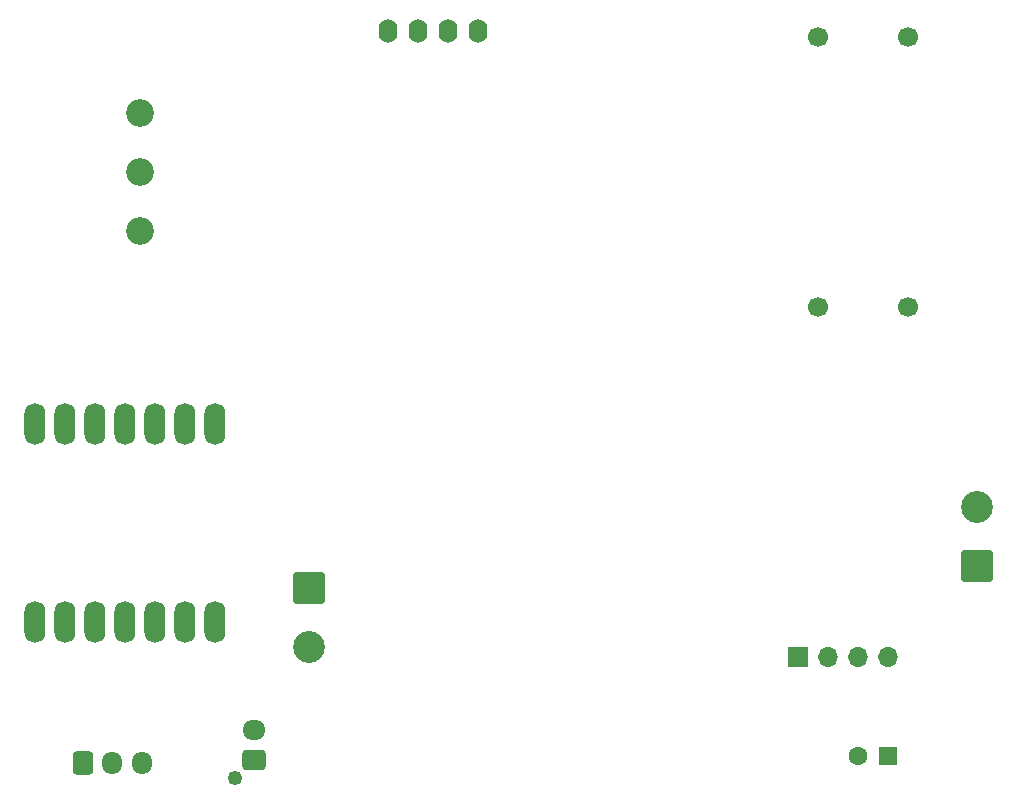
<source format=gbr>
%TF.GenerationSoftware,KiCad,Pcbnew,7.0.10*%
%TF.CreationDate,2024-02-14T22:25:51-08:00*%
%TF.ProjectId,pcb_lab,7063625f-6c61-4622-9e6b-696361645f70,rev?*%
%TF.SameCoordinates,Original*%
%TF.FileFunction,Soldermask,Bot*%
%TF.FilePolarity,Negative*%
%FSLAX46Y46*%
G04 Gerber Fmt 4.6, Leading zero omitted, Abs format (unit mm)*
G04 Created by KiCad (PCBNEW 7.0.10) date 2024-02-14 22:25:51*
%MOMM*%
%LPD*%
G01*
G04 APERTURE LIST*
G04 Aperture macros list*
%AMRoundRect*
0 Rectangle with rounded corners*
0 $1 Rounding radius*
0 $2 $3 $4 $5 $6 $7 $8 $9 X,Y pos of 4 corners*
0 Add a 4 corners polygon primitive as box body*
4,1,4,$2,$3,$4,$5,$6,$7,$8,$9,$2,$3,0*
0 Add four circle primitives for the rounded corners*
1,1,$1+$1,$2,$3*
1,1,$1+$1,$4,$5*
1,1,$1+$1,$6,$7*
1,1,$1+$1,$8,$9*
0 Add four rect primitives between the rounded corners*
20,1,$1+$1,$2,$3,$4,$5,0*
20,1,$1+$1,$4,$5,$6,$7,0*
20,1,$1+$1,$6,$7,$8,$9,0*
20,1,$1+$1,$8,$9,$2,$3,0*%
G04 Aperture macros list end*
%ADD10C,2.340000*%
%ADD11O,1.600000X2.000000*%
%ADD12RoundRect,0.250000X-0.600000X-0.725000X0.600000X-0.725000X0.600000X0.725000X-0.600000X0.725000X0*%
%ADD13O,1.700000X1.950000*%
%ADD14C,1.700000*%
%ADD15O,1.778000X3.556000*%
%ADD16RoundRect,0.250001X1.099999X-1.099999X1.099999X1.099999X-1.099999X1.099999X-1.099999X-1.099999X0*%
%ADD17C,2.700000*%
%ADD18R,1.600000X1.600000*%
%ADD19C,1.600000*%
%ADD20R,1.700000X1.700000*%
%ADD21O,1.700000X1.700000*%
%ADD22C,1.250000*%
%ADD23RoundRect,0.250000X0.725000X-0.600000X0.725000X0.600000X-0.725000X0.600000X-0.725000X-0.600000X0*%
%ADD24O,1.950000X1.700000*%
%ADD25RoundRect,0.250001X-1.099999X1.099999X-1.099999X-1.099999X1.099999X-1.099999X1.099999X1.099999X0*%
G04 APERTURE END LIST*
D10*
%TO.C,RV1*%
X87630000Y-57992000D03*
X87630000Y-62992000D03*
X87630000Y-67992000D03*
%TD*%
D11*
%TO.C,Brd1*%
X108648000Y-51042000D03*
X111188000Y-51042000D03*
X113728000Y-51042000D03*
X116268000Y-51042000D03*
%TD*%
D12*
%TO.C,SW1*%
X82793200Y-113010600D03*
D13*
X85293200Y-113010600D03*
X87793200Y-113010600D03*
%TD*%
D14*
%TO.C,M1*%
X145034000Y-51562000D03*
X152654000Y-51562000D03*
X152654000Y-74422000D03*
X145034000Y-74422000D03*
%TD*%
D15*
%TO.C,U1*%
X78740000Y-101041200D03*
X81280000Y-101041200D03*
X83820000Y-101041200D03*
X86360000Y-101041200D03*
X88900000Y-101041200D03*
X91440000Y-101041200D03*
X93980000Y-101041200D03*
X78740000Y-84277200D03*
X81280000Y-84277200D03*
X83820000Y-84277200D03*
X86360000Y-84277200D03*
X88900000Y-84277200D03*
X91440000Y-84277200D03*
X93980000Y-84277200D03*
%TD*%
D16*
%TO.C,LS1*%
X158513300Y-96313000D03*
D17*
X158513300Y-91313000D03*
%TD*%
D18*
%TO.C,C8*%
X150980300Y-112389200D03*
D19*
X148480300Y-112389200D03*
%TD*%
D20*
%TO.C,D1*%
X143400300Y-104013000D03*
D21*
X145940300Y-104013000D03*
X148480300Y-104013000D03*
X151020300Y-104013000D03*
%TD*%
D22*
%TO.C,BT1*%
X95682000Y-114310600D03*
D23*
X97282000Y-112710600D03*
D24*
X97282000Y-110210600D03*
%TD*%
D25*
%TO.C,J1*%
X101939000Y-98179500D03*
D17*
X101939000Y-103179500D03*
%TD*%
M02*

</source>
